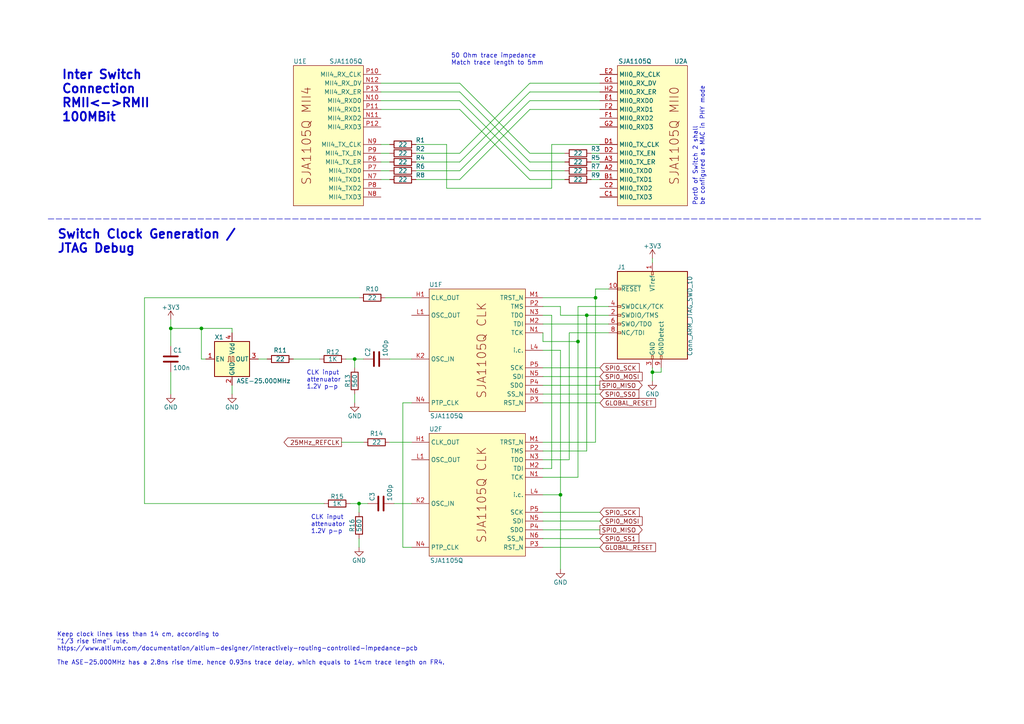
<source format=kicad_sch>
(kicad_sch (version 20211123) (generator eeschema)
  (paper "A4")
  (title_block (title "Open Hardware 10Base-T1L Switch") (date "2023-04-07") (rev "REV A") (company "Peter Heinrich") (comment 1 "Open Hardware License CERN-OHL-P v2") (comment 2 "https://github.com/peterheinrich/Open_10Base-T1L_Switch"))
  (lib_symbols
    (symbol "Connector:Conn_ARM_JTAG_SWD_10" (pin_names (offset 1.016))
      (property "Reference" "J" (at -2.54 16.51 0))
      (property "Value" "Conn_ARM_JTAG_SWD_10" (at -2.54 13.97 0))
      (symbol "Conn_ARM_JTAG_SWD_10_0_1"
        (rectangle (start -10.16 12.7) (end 10.16 -12.7) (stroke (width 0.254)) (fill (type background)))
        (rectangle (start -2.794 -12.7) (end -2.286 -11.684))
        (rectangle (start -0.254 -12.7) (end 0.254 -11.684))
        (rectangle (start -0.254 12.7) (end 0.254 11.684))
        (rectangle (start 9.144 2.286) (end 10.16 2.794))
        (rectangle (start 10.16 -2.794) (end 9.144 -2.286))
        (rectangle (start 10.16 -0.254) (end 9.144 0.254))
        (rectangle (start 10.16 7.874) (end 9.144 7.366))
      )
      (symbol "Conn_ARM_JTAG_SWD_10_1_1"
        (rectangle (start 9.144 -5.334) (end 10.16 -4.826))
        (pin power_in line (at 0 15.24 270) (length 2.54) (name "VTref") (number "1"))
        (pin open_collector line (at 12.7 7.62 180) (length 2.54) (name "~{RESET}") (number "10"))
        (pin bidirectional line (at 12.7 0 180) (length 2.54) (name "SWDIO/TMS") (number "2"))
        (pin power_in line (at 0 -15.24 90) (length 2.54) (name "GND") (number "3"))
        (pin output line (at 12.7 2.54 180) (length 2.54) (name "SWDCLK/TCK") (number "4"))
        (pin passive line (at 0 -15.24 90) (length 2.54) hide (name "GND") (number "5"))
        (pin input line (at 12.7 -2.54 180) (length 2.54) (name "SWO/TDO") (number "6"))
        (pin no_connect line (at -10.16 0 0) (length 2.54) hide (name "KEY") (number "7"))
        (pin output line (at 12.7 -5.08 180) (length 2.54) (name "NC/TDI") (number "8"))
        (pin passive line (at -2.54 -15.24 90) (length 2.54) (name "GNDDetect") (number "9"))
      )
    )
    (symbol "Device:C" (pin_numbers hide) (pin_names (offset 0.254))
      (property "Reference" "C" (at 0.635 2.54 0))
      (property "Value" "C" (at 0.635 -2.54 0))
      (symbol "C_0_1"
        (polyline (pts (xy -2.032 -0.762) (xy 2.032 -0.762)) (stroke (width 0.508)))
        (polyline (pts (xy -2.032 0.762) (xy 2.032 0.762)) (stroke (width 0.508)))
      )
      (symbol "C_1_1"
        (pin passive line (at 0 3.81 270) (length 2.794) (name "~") (number "1"))
        (pin passive line (at 0 -3.81 90) (length 2.794) (name "~") (number "2"))
      )
    )
    (symbol "Device:R" (pin_numbers hide) (pin_names (offset 0))
      (property "Reference" "R" (at 2.032 0 90))
      (property "Value" "R" (at 0 0 90))
      (symbol "R_0_1"
        (rectangle (start -1.016 -2.54) (end 1.016 2.54) (stroke (width 0.254)))
      )
      (symbol "R_1_1"
        (pin passive line (at 0 3.81 270) (length 1.27) (name "~") (number "1"))
        (pin passive line (at 0 -3.81 90) (length 1.27) (name "~") (number "2"))
      )
    )
    (symbol "Oscillator:ASE-xxxMHz" (pin_names (offset 0.254))
      (property "Reference" "X" (at -5.08 6.35 0))
      (property "Value" "ASE-xxxMHz" (at 1.27 -6.35 0))
      (symbol "ASE-xxxMHz_0_1"
        (rectangle (start -5.08 5.08) (end 5.08 -5.08) (stroke (width 0.254)) (fill (type background)))
        (polyline (pts (xy -1.27 -0.762) (xy -1.016 -0.762) (xy -1.016 0.762) (xy -0.508 0.762) (xy -0.508 -0.762) (xy 0 -0.762) (xy 0 0.762) (xy 0.508 0.762) (xy 0.508 -0.762) (xy 0.762 -0.762)))
      )
      (symbol "ASE-xxxMHz_1_1"
        (pin input line (at -7.62 0 0) (length 2.54) (name "EN") (number "1"))
        (pin power_in line (at 0 -7.62 90) (length 2.54) (name "GND") (number "2"))
        (pin output line (at 7.62 0 180) (length 2.54) (name "OUT") (number "3"))
        (pin power_in line (at 0 7.62 270) (length 2.54) (name "Vdd") (number "4"))
      )
    )
    (symbol "SJA1105Q:SJA1105Q"
      (property "Reference" "U" (at 0 1.27 0))
      (property "Value" "SJA1105Q" (at 15.24 1.27 0))
      (symbol "SJA1105Q_1_1"
        (rectangle (start 0 0) (end 20.32 -40.64) (fill (type background)))
        (text "SJA1105Q MII0" (at 3.81 -20.32 900) (effects (font (size 2.54 2.54))))
        (pin output line (at 25.4 -30.48 180) (length 5.08) (name "MII0_TXD0") (number "A2"))
        (pin output line (at 25.4 -27.94 180) (length 5.08) (name "MII0_TX_ER") (number "A3"))
        (pin output line (at 25.4 -33.02 180) (length 5.08) (name "MII0_TXD1") (number "B1"))
        (pin output line (at 25.4 -38.1 180) (length 5.08) (name "MII0_TXD3") (number "C1"))
        (pin output line (at 25.4 -35.56 180) (length 5.08) (name "MII0_TXD2") (number "C2"))
        (pin bidirectional line (at 25.4 -22.86 180) (length 5.08) (name "MII0_TX_CLK") (number "D1"))
        (pin output line (at 25.4 -25.4 180) (length 5.08) (name "MII0_TX_EN") (number "D2"))
        (pin input line (at 25.4 -10.16 180) (length 5.08) (name "MII0_RXD0") (number "E1"))
        (pin bidirectional line (at 25.4 -2.54 180) (length 5.08) (name "MII0_RX_CLK") (number "E2"))
        (pin input line (at 25.4 -15.24 180) (length 5.08) (name "MII0_RXD2") (number "F1"))
        (pin input line (at 25.4 -12.7 180) (length 5.08) (name "MII0_RXD1") (number "F2"))
        (pin input line (at 25.4 -5.08 180) (length 5.08) (name "MII0_RX_DV") (number "G1"))
        (pin input line (at 25.4 -17.78 180) (length 5.08) (name "MII0_RXD3") (number "G2"))
        (pin input line (at 25.4 -7.62 180) (length 5.08) (name "MII0_RX_ER") (number "H2"))
      )
      (symbol "SJA1105Q_2_1"
        (rectangle (start 0 0) (end 20.32 -40.64) (fill (type background)))
        (text "SJA1105Q MII1" (at 3.81 -20.32 900) (effects (font (size 2.54 2.54))))
        (pin output line (at 25.4 -27.94 180) (length 5.08) (name "MII1_TX_ER") (number "A10"))
        (pin input line (at 25.4 -5.08 180) (length 5.08) (name "MII1_RX_DV") (number "A4"))
        (pin input line (at 25.4 -15.24 180) (length 5.08) (name "MII1_RXD2") (number "A5"))
        (pin input line (at 25.4 -10.16 180) (length 5.08) (name "MII1_RXD0") (number "A6"))
        (pin bidirectional line (at 25.4 -22.86 180) (length 5.08) (name "MII1_TX_CLK") (number "A7"))
        (pin output line (at 25.4 -38.1 180) (length 5.08) (name "MII1_TXD3") (number "A8"))
        (pin output line (at 25.4 -33.02 180) (length 5.08) (name "MII1_TXD1") (number "A9"))
        (pin input line (at 25.4 -7.62 180) (length 5.08) (name "MII1_RX_ER") (number "B3"))
        (pin input line (at 25.4 -17.78 180) (length 5.08) (name "MII1_RXD3") (number "B4"))
        (pin input line (at 25.4 -12.7 180) (length 5.08) (name "MII1_RXD1") (number "B5"))
        (pin bidirectional line (at 25.4 -2.54 180) (length 5.08) (name "MII1_RX_CLK") (number "B6"))
        (pin output line (at 25.4 -25.4 180) (length 5.08) (name "MII1_TX_EN") (number "B7"))
        (pin output line (at 25.4 -35.56 180) (length 5.08) (name "MII1_TXD2") (number "B8"))
        (pin output line (at 25.4 -30.48 180) (length 5.08) (name "MII1_TXD0") (number "B9"))
      )
      (symbol "SJA1105Q_3_1"
        (rectangle (start 0 0) (end 20.32 -40.64) (fill (type background)))
        (text "SJA1105Q MII2" (at 3.81 -20.32 900) (effects (font (size 2.54 2.54))))
        (pin input line (at 25.4 -5.08 180) (length 5.08) (name "MII2_RX_DV") (number "A11"))
        (pin input line (at 25.4 -15.24 180) (length 5.08) (name "MII2_RXD2") (number "A12"))
        (pin input line (at 25.4 -10.16 180) (length 5.08) (name "MII2_RXD0") (number "A13"))
        (pin input line (at 25.4 -7.62 180) (length 5.08) (name "MII2_RX_ER") (number "B10"))
        (pin input line (at 25.4 -17.78 180) (length 5.08) (name "MII2_RXD3") (number "B11"))
        (pin input line (at 25.4 -12.7 180) (length 5.08) (name "MII2_RXD1") (number "B12"))
        (pin bidirectional line (at 25.4 -2.54 180) (length 5.08) (name "MII2_RX_CLK") (number "B14"))
        (pin output line (at 25.4 -25.4 180) (length 5.08) (name "MII2_TX_EN") (number "C13"))
        (pin bidirectional line (at 25.4 -22.86 180) (length 5.08) (name "MII2_TX_CLK") (number "C14"))
        (pin output line (at 25.4 -35.56 180) (length 5.08) (name "MII2_TXD2") (number "D13"))
        (pin output line (at 25.4 -38.1 180) (length 5.08) (name "MII2_TXD3") (number "D14"))
        (pin output line (at 25.4 -30.48 180) (length 5.08) (name "MII2_TXD0") (number "E13"))
        (pin output line (at 25.4 -33.02 180) (length 5.08) (name "MII2_TXD1") (number "E14"))
        (pin output line (at 25.4 -27.94 180) (length 5.08) (name "MII2_TX_ER") (number "F14"))
      )
      (symbol "SJA1105Q_4_1"
        (rectangle (start 0 0) (end 20.32 -40.64) (fill (type background)))
        (text "SJA1105Q MII3" (at 3.81 -20.32 900) (effects (font (size 2.54 2.54))))
        (pin input line (at 25.4 -7.62 180) (length 5.08) (name "MII3_RX_ER") (number "F13"))
        (pin input line (at 25.4 -17.78 180) (length 5.08) (name "MII3_RXD3") (number "G13"))
        (pin input line (at 25.4 -5.08 180) (length 5.08) (name "MII3_RX_DV") (number "G14"))
        (pin input line (at 25.4 -12.7 180) (length 5.08) (name "MII3_RXD1") (number "H13"))
        (pin input line (at 25.4 -15.24 180) (length 5.08) (name "MII3_RXD2") (number "H14"))
        (pin bidirectional line (at 25.4 -2.54 180) (length 5.08) (name "MII3_RX_CLK") (number "J13"))
        (pin input line (at 25.4 -10.16 180) (length 5.08) (name "MII3_RXD0") (number "J14"))
        (pin output line (at 25.4 -25.4 180) (length 5.08) (name "MII3_TX_EN") (number "K13"))
        (pin bidirectional line (at 25.4 -22.86 180) (length 5.08) (name "MII3_TX_CLK") (number "K14"))
        (pin output line (at 25.4 -35.56 180) (length 5.08) (name "MII3_TXD2") (number "L13"))
        (pin output line (at 25.4 -38.1 180) (length 5.08) (name "MII3_TXD3") (number "L14"))
        (pin output line (at 25.4 -30.48 180) (length 5.08) (name "MII3_TXD0") (number "M13"))
        (pin output line (at 25.4 -33.02 180) (length 5.08) (name "MII3_TXD1") (number "M14"))
        (pin output line (at 25.4 -27.94 180) (length 5.08) (name "MII3_TX_ER") (number "N14"))
      )
      (symbol "SJA1105Q_5_1"
        (rectangle (start 0 0) (end 20.32 -40.64) (fill (type background)))
        (text "SJA1105Q MII4" (at 3.81 -20.32 900) (effects (font (size 2.54 2.54))))
        (pin input line (at 25.4 -10.16 180) (length 5.08) (name "MII4_RXD0") (number "N10"))
        (pin input line (at 25.4 -15.24 180) (length 5.08) (name "MII4_RXD2") (number "N11"))
        (pin input line (at 25.4 -5.08 180) (length 5.08) (name "MII4_RX_DV") (number "N12"))
        (pin output line (at 25.4 -33.02 180) (length 5.08) (name "MII4_TXD1") (number "N7"))
        (pin output line (at 25.4 -38.1 180) (length 5.08) (name "MII4_TXD3") (number "N8"))
        (pin bidirectional line (at 25.4 -22.86 180) (length 5.08) (name "MII4_TX_CLK") (number "N9"))
        (pin bidirectional line (at 25.4 -2.54 180) (length 5.08) (name "MII4_RX_CLK") (number "P10"))
        (pin input line (at 25.4 -12.7 180) (length 5.08) (name "MII4_RXD1") (number "P11"))
        (pin input line (at 25.4 -17.78 180) (length 5.08) (name "MII4_RXD3") (number "P12"))
        (pin input line (at 25.4 -7.62 180) (length 5.08) (name "MII4_RX_ER") (number "P13"))
        (pin output line (at 25.4 -27.94 180) (length 5.08) (name "MII4_TX_ER") (number "P6"))
        (pin output line (at 25.4 -30.48 180) (length 5.08) (name "MII4_TXD0") (number "P7"))
        (pin output line (at 25.4 -35.56 180) (length 5.08) (name "MII4_TXD2") (number "P8"))
        (pin output line (at 25.4 -25.4 180) (length 5.08) (name "MII4_TX_EN") (number "P9"))
      )
      (symbol "SJA1105Q_6_1"
        (rectangle (start 0 0) (end 27.94 -35.56) (fill (type background)))
        (text "SJA1105Q CLK" (at 15.24 -17.78 900) (effects (font (size 2.54 2.54))))
        (pin output line (at -5.08 -2.54 0) (length 5.08) (name "CLK_OUT") (number "H1"))
        (pin input line (at -5.08 -20.32 0) (length 5.08) (name "OSC_IN") (number "K2"))
        (pin output line (at -5.08 -7.62 0) (length 5.08) (name "OSC_OUT") (number "L1"))
        (pin power_in line (at 33.02 -17.78 180) (length 5.08) (name "i.c.") (number "L4"))
        (pin input line (at 33.02 -2.54 180) (length 5.08) (name "TRST_N") (number "M1"))
        (pin input line (at 33.02 -10.16 180) (length 5.08) (name "TDI") (number "M2"))
        (pin input line (at 33.02 -12.7 180) (length 5.08) (name "TCK") (number "N1"))
        (pin output line (at 33.02 -7.62 180) (length 5.08) (name "TDO") (number "N3"))
        (pin bidirectional line (at -5.08 -33.02 0) (length 5.08) (name "PTP_CLK") (number "N4"))
        (pin input line (at 33.02 -25.4 180) (length 5.08) (name "SDI") (number "N5"))
        (pin input line (at 33.02 -30.48 180) (length 5.08) (name "SS_N") (number "N6"))
        (pin input line (at 33.02 -5.08 180) (length 5.08) (name "TMS") (number "P2"))
        (pin input line (at 33.02 -33.02 180) (length 5.08) (name "RST_N") (number "P3"))
        (pin output line (at 33.02 -27.94 180) (length 5.08) (name "SDO") (number "P4"))
        (pin input line (at 33.02 -22.86 180) (length 5.08) (name "SCK") (number "P5"))
      )
      (symbol "SJA1105Q_7_1"
        (rectangle (start 0 0) (end 27.94 -99.06) (fill (type background)))
        (text "SJA1105Q Power" (at 12.7 -48.26 900) (effects (font (size 2.54 2.54))))
        (pin power_in line (at -5.08 -2.54 0) (length 5.08) (name "VSS") (number "A1"))
        (pin power_in line (at 33.02 -88.9 180) (length 5.08) (name "VSS") (number "A14"))
        (pin power_in line (at 33.02 -83.82 180) (length 5.08) (name "VSS") (number "B13"))
        (pin power_in line (at 33.02 -48.26 180) (length 5.08) (name "VDDIO_MII2") (number "D10"))
        (pin power_in line (at 33.02 -50.8 180) (length 5.08) (name "VDDIO_MII2") (number "D11"))
        (pin power_in line (at 33.02 -33.02 180) (length 5.08) (name "VDDIO_MII0") (number "D4"))
        (pin power_in line (at 33.02 -40.64 180) (length 5.08) (name "VDDIO_MII1") (number "D5"))
        (pin power_in line (at 33.02 -7.62 180) (length 5.08) (name "VDD_CORE") (number "D6"))
        (pin power_in line (at 33.02 -43.18 180) (length 5.08) (name "VDDIO_MII1") (number "D7"))
        (pin power_in line (at 33.02 -45.72 180) (length 5.08) (name "VDDIO_MII1") (number "D8"))
        (pin power_in line (at 33.02 -12.7 180) (length 5.08) (name "VDD_CORE") (number "D9"))
        (pin power_in line (at -5.08 -91.44 0) (length 5.08) (name "VSS") (number "E10"))
        (pin power_in line (at 33.02 -53.34 180) (length 5.08) (name "VDDIO_MII2") (number "E11"))
        (pin power_in line (at 33.02 -35.56 180) (length 5.08) (name "VDDIO_MII0") (number "E4"))
        (pin power_in line (at -5.08 -12.7 0) (length 5.08) (name "VSS") (number "E5"))
        (pin power_in line (at -5.08 -27.94 0) (length 5.08) (name "VSS") (number "E6"))
        (pin power_in line (at -5.08 -43.18 0) (length 5.08) (name "VSS") (number "E7"))
        (pin power_in line (at -5.08 -60.96 0) (length 5.08) (name "VSS") (number "E8"))
        (pin power_in line (at -5.08 -76.2 0) (length 5.08) (name "VSS") (number "E9"))
        (pin power_in line (at -5.08 -93.98 0) (length 5.08) (name "VSS") (number "F10"))
        (pin power_in line (at 33.02 -17.78 180) (length 5.08) (name "VDD_CORE") (number "F11"))
        (pin power_in line (at 33.02 -2.54 180) (length 5.08) (name "VDD_CORE") (number "F4"))
        (pin power_in line (at -5.08 -15.24 0) (length 5.08) (name "VSS") (number "F5"))
        (pin power_in line (at -5.08 -30.48 0) (length 5.08) (name "VSS") (number "F6"))
        (pin power_in line (at -5.08 -45.72 0) (length 5.08) (name "VSS") (number "F7"))
        (pin power_in line (at -5.08 -63.5 0) (length 5.08) (name "VSS") (number "F8"))
        (pin power_in line (at -5.08 -78.74 0) (length 5.08) (name "VSS") (number "F9"))
        (pin power_in line (at -5.08 -96.52 0) (length 5.08) (name "VSS") (number "G10"))
        (pin power_in line (at 33.02 -55.88 180) (length 5.08) (name "VDDIO_MII3") (number "G11"))
        (pin power_in line (at 33.02 -38.1 180) (length 5.08) (name "VDDIO_MII0") (number "G4"))
        (pin power_in line (at -5.08 -17.78 0) (length 5.08) (name "VSS") (number "G5"))
        (pin power_in line (at -5.08 -33.02 0) (length 5.08) (name "VSS") (number "G6"))
        (pin power_in line (at -5.08 -48.26 0) (length 5.08) (name "VSS") (number "G7"))
        (pin power_in line (at -5.08 -66.04 0) (length 5.08) (name "VSS") (number "G8"))
        (pin power_in line (at -5.08 -81.28 0) (length 5.08) (name "VSS") (number "G9"))
        (pin power_in line (at 33.02 -76.2 180) (length 5.08) (name "VSS") (number "H10"))
        (pin power_in line (at 33.02 -58.42 180) (length 5.08) (name "VDDIO_MII3") (number "H11"))
        (pin power_in line (at 33.02 -27.94 180) (length 5.08) (name "VDDIO_CLO") (number "H4"))
        (pin power_in line (at -5.08 -20.32 0) (length 5.08) (name "VSS") (number "H5"))
        (pin power_in line (at -5.08 -35.56 0) (length 5.08) (name "VSS") (number "H6"))
        (pin power_in line (at -5.08 -50.8 0) (length 5.08) (name "VSS") (number "H7"))
        (pin power_in line (at -5.08 -68.58 0) (length 5.08) (name "VSS") (number "H8"))
        (pin power_in line (at -5.08 -83.82 0) (length 5.08) (name "VSS") (number "H9"))
        (pin power_in line (at 33.02 -25.4 180) (length 5.08) (name "VDDA_PLL") (number "J1"))
        (pin power_in line (at 33.02 -78.74 180) (length 5.08) (name "VSS") (number "J10"))
        (pin power_in line (at 33.02 -20.32 180) (length 5.08) (name "VDD_CORE") (number "J11"))
        (pin power_in line (at 33.02 -96.52 180) (length 5.08) (name "VSSA_PLL") (number "J2"))
        (pin power_in line (at 33.02 -5.08 180) (length 5.08) (name "VDD_CORE") (number "J4"))
        (pin power_in line (at -5.08 -22.86 0) (length 5.08) (name "VSS") (number "J5"))
        (pin power_in line (at -5.08 -38.1 0) (length 5.08) (name "VSS") (number "J6"))
        (pin power_in line (at -5.08 -53.34 0) (length 5.08) (name "VSS") (number "J7"))
        (pin power_in line (at -5.08 -71.12 0) (length 5.08) (name "VSS") (number "J8"))
        (pin power_in line (at -5.08 -86.36 0) (length 5.08) (name "VSS") (number "J9"))
        (pin power_in line (at 33.02 -22.86 180) (length 5.08) (name "VDDA_OSC") (number "K1"))
        (pin power_in line (at 33.02 -81.28 180) (length 5.08) (name "VSS") (number "K10"))
        (pin power_in line (at 33.02 -60.96 180) (length 5.08) (name "VDDIO_MII3") (number "K11"))
        (pin power_in line (at -5.08 -10.16 0) (length 5.08) (name "VSS") (number "K4"))
        (pin power_in line (at -5.08 -25.4 0) (length 5.08) (name "VSS") (number "K5"))
        (pin power_in line (at -5.08 -40.64 0) (length 5.08) (name "VSS") (number "K6"))
        (pin power_in line (at -5.08 -55.88 0) (length 5.08) (name "VSS") (number "K7"))
        (pin power_in line (at -5.08 -73.66 0) (length 5.08) (name "VSS") (number "K8"))
        (pin power_in line (at -5.08 -88.9 0) (length 5.08) (name "VSS") (number "K9"))
        (pin power_in line (at 33.02 -66.04 180) (length 5.08) (name "VDDIO_MII4") (number "L10"))
        (pin power_in line (at 33.02 -68.58 180) (length 5.08) (name "VDDIO_MII4") (number "L11"))
        (pin power_in line (at 33.02 -93.98 180) (length 5.08) (name "VSSA_OSC") (number "L2"))
        (pin power_in line (at 33.02 -30.48 180) (length 5.08) (name "VDDIO_HOST") (number "L5"))
        (pin power_in line (at 33.02 -10.16 180) (length 5.08) (name "VDD_CORE") (number "L6"))
        (pin power_in line (at -5.08 -58.42 0) (length 5.08) (name "VSS") (number "L7"))
        (pin power_in line (at 33.02 -63.5 180) (length 5.08) (name "VDDIO_MII4") (number "L8"))
        (pin power_in line (at 33.02 -15.24 180) (length 5.08) (name "VDD_CORE") (number "L9"))
        (pin power_in line (at 33.02 -86.36 180) (length 5.08) (name "VSS") (number "N13"))
        (pin power_in line (at -5.08 -7.62 0) (length 5.08) (name "VSS") (number "N2"))
        (pin power_in line (at -5.08 -5.08 0) (length 5.08) (name "VSS") (number "P1"))
        (pin power_in line (at 33.02 -91.44 180) (length 5.08) (name "VSS") (number "P14"))
      )
    )
    (symbol "power:+3V3" (power) (pin_names (offset 0))
      (property "Value" "+3V3" (at 0 3.556 0))
      (symbol "+3V3_0_1"
        (polyline (pts (xy -0.762 1.27) (xy 0 2.54)))
        (polyline (pts (xy 0 0) (xy 0 2.54)))
        (polyline (pts (xy 0 2.54) (xy 0.762 1.27)))
      )
      (symbol "+3V3_1_1"
        (pin power_in line (at 0 0 90) (length 0) hide (name "+3V3") (number "1"))
      )
    )
    (symbol "power:GND" (power) (pin_names (offset 0))
      (property "Value" "GND" (at 0 -3.81 0))
      (symbol "GND_0_1"
        (polyline (pts (xy 0 0) (xy 0 -1.27) (xy 1.27 -1.27) (xy 0 -2.54) (xy -1.27 -1.27) (xy 0 -1.27)))
      )
      (symbol "GND_1_1"
        (pin power_in line (at 0 0 270) (length 0) hide (name "GND") (number "1"))
      )
    )
  )
  (junction (at 167.64 99.06))
  (junction (at 170.18 91.44))
  (junction (at 49.53 95.25))
  (junction (at 58.42 95.25))
  (junction (at 172.72 86.36))
  (junction (at 162.56 143.51))
  (junction (at 104.14 146.05))
  (junction (at 102.87 104.14))
  (junction (at 189.23 107.95))
  (wire (pts (xy 176.53 91.44) (xy 170.18 91.44)))
  (wire (pts (xy 162.56 88.9) (xy 157.48 88.9)))
  (wire (pts (xy 162.56 165.1) (xy 162.56 143.51)))
  (wire (pts (xy 157.48 114.3) (xy 173.99 114.3)))
  (wire (pts (xy 157.48 133.35) (xy 165.1 133.35)))
  (wire (pts (xy 58.42 95.25) (xy 58.42 104.14)))
  (wire (pts (xy 157.48 156.21) (xy 173.99 156.21)))
  (wire (pts (xy 157.48 111.76) (xy 173.99 111.76)))
  (wire (pts (xy 114.3 146.05) (xy 119.38 146.05)))
  (wire (pts (xy 160.02 91.44) (xy 160.02 135.89)))
  (wire (pts (xy 110.49 29.21) (xy 133.35 29.21)))
  (wire (pts (xy 102.87 104.14) (xy 102.87 106.68)))
  (wire (pts (xy 157.48 151.13) (xy 173.99 151.13)))
  (wire (pts (xy 85.09 104.14) (xy 92.71 104.14)))
  (wire (pts (xy 157.48 148.59) (xy 173.99 148.59)))
  (wire (pts (xy 157.48 86.36) (xy 172.72 86.36)))
  (wire (pts (xy 49.53 107.95) (xy 49.53 114.3)))
  (wire (pts (xy 133.35 26.67) (xy 153.67 46.99)))
  (wire (pts (xy 99.06 128.27) (xy 105.41 128.27)))
  (wire (pts (xy 170.18 91.44) (xy 162.56 91.44)))
  (wire (pts (xy 113.03 128.27) (xy 119.38 128.27)))
  (wire (pts (xy 100.33 104.14) (xy 102.87 104.14)))
  (wire (pts (xy 189.23 106.68) (xy 189.23 107.95)))
  (wire (pts (xy 41.91 86.36) (xy 104.14 86.36)))
  (wire (pts (xy 172.72 83.82) (xy 176.53 83.82)))
  (wire (pts (xy 157.48 138.43) (xy 167.64 138.43)))
  (wire (pts (xy 157.48 96.52) (xy 157.48 99.06)))
  (polyline (pts (xy 284.48 63.5) (xy 135.89 63.5)))
  (wire (pts (xy 189.23 107.95) (xy 189.23 110.49)))
  (wire (pts (xy 162.56 143.51) (xy 162.56 101.6)))
  (wire (pts (xy 104.14 146.05) (xy 104.14 148.59)))
  (wire (pts (xy 113.03 52.07) (xy 110.49 52.07)))
  (wire (pts (xy 165.1 96.52) (xy 176.53 96.52)))
  (wire (pts (xy 116.84 158.75) (xy 119.38 158.75)))
  (wire (pts (xy 49.53 95.25) (xy 58.42 95.25)))
  (wire (pts (xy 157.48 116.84) (xy 173.99 116.84)))
  (wire (pts (xy 129.54 54.61) (xy 160.02 54.61)))
  (wire (pts (xy 157.48 93.98) (xy 176.53 93.98)))
  (wire (pts (xy 41.91 146.05) (xy 93.98 146.05)))
  (wire (pts (xy 157.48 158.75) (xy 173.99 158.75)))
  (wire (pts (xy 133.35 29.21) (xy 153.67 49.53)))
  (polyline (pts (xy 13.97 63.5) (xy 135.89 63.5)))
  (wire (pts (xy 133.35 49.53) (xy 153.67 29.21)))
  (wire (pts (xy 157.48 128.27) (xy 172.72 128.27)))
  (wire (pts (xy 102.87 114.3) (xy 102.87 116.84)))
  (wire (pts (xy 157.48 99.06) (xy 167.64 99.06)))
  (wire (pts (xy 153.67 29.21) (xy 173.99 29.21)))
  (wire (pts (xy 170.18 130.81) (xy 157.48 130.81)))
  (wire (pts (xy 160.02 54.61) (xy 160.02 41.91)))
  (wire (pts (xy 153.67 46.99) (xy 163.83 46.99)))
  (wire (pts (xy 113.03 41.91) (xy 110.49 41.91)))
  (wire (pts (xy 67.31 95.25) (xy 67.31 96.52)))
  (wire (pts (xy 153.67 49.53) (xy 163.83 49.53)))
  (wire (pts (xy 110.49 26.67) (xy 133.35 26.67)))
  (wire (pts (xy 157.48 109.22) (xy 173.99 109.22)))
  (wire (pts (xy 120.65 41.91) (xy 129.54 41.91)))
  (wire (pts (xy 119.38 116.84) (xy 116.84 116.84)))
  (wire (pts (xy 189.23 74.93) (xy 189.23 76.2)))
  (wire (pts (xy 110.49 24.13) (xy 133.35 24.13)))
  (wire (pts (xy 133.35 24.13) (xy 153.67 44.45)))
  (wire (pts (xy 167.64 99.06) (xy 167.64 88.9)))
  (wire (pts (xy 133.35 46.99) (xy 153.67 26.67)))
  (wire (pts (xy 171.45 44.45) (xy 173.99 44.45)))
  (wire (pts (xy 120.65 49.53) (xy 133.35 49.53)))
  (wire (pts (xy 49.53 95.25) (xy 49.53 100.33)))
  (wire (pts (xy 74.93 104.14) (xy 77.47 104.14)))
  (wire (pts (xy 160.02 135.89) (xy 157.48 135.89)))
  (wire (pts (xy 133.35 31.75) (xy 153.67 52.07)))
  (wire (pts (xy 153.67 44.45) (xy 163.83 44.45)))
  (wire (pts (xy 157.48 143.51) (xy 162.56 143.51)))
  (wire (pts (xy 101.6 146.05) (xy 104.14 146.05)))
  (wire (pts (xy 171.45 52.07) (xy 173.99 52.07)))
  (wire (pts (xy 133.35 52.07) (xy 153.67 31.75)))
  (wire (pts (xy 120.65 52.07) (xy 133.35 52.07)))
  (wire (pts (xy 49.53 92.71) (xy 49.53 95.25)))
  (wire (pts (xy 153.67 52.07) (xy 163.83 52.07)))
  (wire (pts (xy 104.14 156.21) (xy 104.14 158.75)))
  (wire (pts (xy 153.67 24.13) (xy 173.99 24.13)))
  (wire (pts (xy 172.72 128.27) (xy 172.72 86.36)))
  (wire (pts (xy 189.23 107.95) (xy 191.77 107.95)))
  (wire (pts (xy 165.1 133.35) (xy 165.1 96.52)))
  (wire (pts (xy 58.42 95.25) (xy 67.31 95.25)))
  (wire (pts (xy 153.67 26.67) (xy 173.99 26.67)))
  (wire (pts (xy 104.14 146.05) (xy 106.68 146.05)))
  (wire (pts (xy 162.56 91.44) (xy 162.56 88.9)))
  (wire (pts (xy 157.48 91.44) (xy 160.02 91.44)))
  (wire (pts (xy 41.91 146.05) (xy 41.91 86.36)))
  (wire (pts (xy 162.56 101.6) (xy 157.48 101.6)))
  (wire (pts (xy 167.64 88.9) (xy 176.53 88.9)))
  (wire (pts (xy 120.65 46.99) (xy 133.35 46.99)))
  (wire (pts (xy 157.48 153.67) (xy 173.99 153.67)))
  (wire (pts (xy 191.77 107.95) (xy 191.77 106.68)))
  (wire (pts (xy 167.64 138.43) (xy 167.64 99.06)))
  (wire (pts (xy 113.03 44.45) (xy 110.49 44.45)))
  (wire (pts (xy 170.18 91.44) (xy 170.18 130.81)))
  (wire (pts (xy 113.03 104.14) (xy 119.38 104.14)))
  (wire (pts (xy 113.03 49.53) (xy 110.49 49.53)))
  (wire (pts (xy 110.49 31.75) (xy 133.35 31.75)))
  (wire (pts (xy 153.67 31.75) (xy 173.99 31.75)))
  (wire (pts (xy 129.54 41.91) (xy 129.54 54.61)))
  (wire (pts (xy 171.45 49.53) (xy 173.99 49.53)))
  (wire (pts (xy 102.87 104.14) (xy 105.41 104.14)))
  (wire (pts (xy 171.45 46.99) (xy 173.99 46.99)))
  (wire (pts (xy 59.69 104.14) (xy 58.42 104.14)))
  (wire (pts (xy 157.48 106.68) (xy 173.99 106.68)))
  (wire (pts (xy 116.84 116.84) (xy 116.84 158.75)))
  (wire (pts (xy 120.65 44.45) (xy 133.35 44.45)))
  (wire (pts (xy 113.03 46.99) (xy 110.49 46.99)))
  (wire (pts (xy 111.76 86.36) (xy 119.38 86.36)))
  (wire (pts (xy 67.31 111.76) (xy 67.31 114.3)))
  (wire (pts (xy 133.35 44.45) (xy 153.67 24.13)))
  (wire (pts (xy 172.72 86.36) (xy 172.72 83.82)))
  (wire (pts (xy 160.02 41.91) (xy 173.99 41.91)))
  (text "Inter Switch\nConnection\nRMII<->RMII\n100MBit" (at 17.78 35.56 0) (effects (font (size 2.54 2.54) (thickness 0.508) bold) (justify left bottom)))
  (text "50 Ohm trace impedance\nMatch trace length to 5mm" (at 130.81 19.05 0) (effects (font (size 1.27 1.27)) (justify left bottom)))
  (text "Keep clock lines less than 14 cm, according to \n\"1/3 rise time\" rule.\nhttps://www.altium.com/documentation/altium-designer/interactively-routing-controlled-impedance-pcb\n\nThe ASE-25.000MHz has a 2.8ns rise time, hence 0.93ns trace delay, which equals to 14cm trace length on FR4." (at 16.51 193.04 0) (effects (font (size 1.27 1.27)) (justify left bottom)))
  (text "Port0 of Switch 2 shall\nbe configured as MAC in PHY mode" (at 204.47 59.69 90) (effects (font (size 1.27 1.27)) (justify left bottom)))
  (text "CLK input \nattenuator\n1.2V p-p" (at 90.17 154.94 0) (effects (font (size 1.27 1.27)) (justify left bottom)))
  (text "Switch Clock Generation /\nJTAG Debug" (at 16.51 73.66 0) (effects (font (size 2.54 2.54) bold) (justify left bottom)))
  (text "CLK input \nattenuator\n1.2V p-p" (at 88.9 113.03 0) (effects (font (size 1.27 1.27)) (justify left bottom)))
  (global_label "SPI0_SCK" (shape input) (at 173.99 106.68 0) (property "Intersheet References" "${INTERSHEET_REFS}" (effects hide)))
  (global_label "GLOBAL_RESET" (shape input) (at 173.99 116.84 0) (property "Intersheet References" "${INTERSHEET_REFS}" (effects hide)))
  (global_label "SPI0_SCK" (shape input) (at 173.99 148.59 0) (property "Intersheet References" "${INTERSHEET_REFS}" (effects hide)))
  (global_label "GLOBAL_RESET" (shape input) (at 173.99 158.75 0) (property "Intersheet References" "${INTERSHEET_REFS}" (effects hide)))
  (global_label "25MHz_REFCLK" (shape output) (at 99.06 128.27 180) (property "Intersheet References" "${INTERSHEET_REFS}" (effects hide)))
  (global_label "SPI0_MISO" (shape output) (at 173.99 111.76 0) (property "Intersheet References" "${INTERSHEET_REFS}" (effects hide)))
  (global_label "SPI0_MOSI" (shape input) (at 173.99 109.22 0) (property "Intersheet References" "${INTERSHEET_REFS}" (effects hide)))
  (global_label "SPI0_SS1" (shape input) (at 173.99 156.21 0) (property "Intersheet References" "${INTERSHEET_REFS}" (effects hide)))
  (global_label "SPI0_SS0" (shape input) (at 173.99 114.3 0) (property "Intersheet References" "${INTERSHEET_REFS}" (effects hide)))
  (global_label "SPI0_MISO" (shape output) (at 173.99 153.67 0) (property "Intersheet References" "${INTERSHEET_REFS}" (effects hide)))
  (global_label "SPI0_MOSI" (shape input) (at 173.99 151.13 0) (property "Intersheet References" "${INTERSHEET_REFS}" (effects hide)))
  (symbol (lib_id "power:GND") (at 162.56 165.1 0) (unit 1)
    (property "Reference" "#PWR08" (effects hide))
    (property "Value" "GND" (at 162.56 168.91 0))
  )
  (symbol (lib_id "Connector:Conn_ARM_JTAG_SWD_10") (at 189.23 91.44 0) (mirror y) (unit 1)
    (property "Reference" "J1" (at 179.07 77.47 0) (effects (justify right)))
    (property "Value" "Conn_ARM_JTAG_SWD_10" (at 199.39 80.01 90) (effects (justify right bottom)))
    (property "Footprint" "Connector_PinHeader_2.54mm:PinHeader_2x05_P2.54mm_Vertical" (effects hide))
  )
  (symbol (lib_id "Device:R") (at 107.95 86.36 90) (unit 1)
    (property "Reference" "R10" (at 107.95 83.82 90))
    (property "Value" "22" (at 107.95 86.36 90))
    (property "Footprint" "Resistor_SMD:R_0603_1608Metric" (effects hide))
  )
  (symbol (lib_id "SJA1105Q:SJA1105Q") (at 124.46 125.73 0) (unit 6)
    (property "Reference" "U2" (at 124.46 124.46 0) (effects (justify left)))
    (property "Value" "SJA1105Q" (at 129.54 162.56 0))
    (property "Footprint" "SJA1105Q:LFBGA_12x12mm_P0.8mm" (effects hide))
    (property "Datasheet" "https://www.nxp.com/docs/en/data-sheet/SJA1105PQRS.pdf" (effects hide))
  )
  (symbol (lib_id "power:GND") (at 104.14 158.75 0) (unit 1)
    (property "Reference" "#PWR07" (effects hide))
    (property "Value" "GND" (at 104.14 162.56 0))
  )
  (symbol (lib_id "power:GND") (at 189.23 110.49 0) (unit 1)
    (property "Reference" "#PWR03" (effects hide))
    (property "Value" "GND" (at 189.23 114.3 0))
  )
  (symbol (lib_id "SJA1105Q:SJA1105Q") (at 124.46 83.82 0) (unit 6)
    (property "Reference" "U1" (at 124.46 82.55 0) (effects (justify left)))
    (property "Value" "SJA1105Q" (at 129.54 120.65 0))
    (property "Footprint" "SJA1105Q:LFBGA_12x12mm_P0.8mm" (effects hide))
    (property "Datasheet" "https://www.nxp.com/docs/en/data-sheet/SJA1105PQRS.pdf" (effects hide))
  )
  (symbol (lib_id "SJA1105Q:SJA1105Q") (at 85.09 19.05 0) (unit 5)
    (property "Reference" "U1" (at 85.09 17.78 0) (effects (justify left)))
    (property "Value" "SJA1105Q" (at 100.33 17.78 0))
    (property "Footprint" "SJA1105Q:LFBGA_12x12mm_P0.8mm" (effects hide))
    (property "Datasheet" "https://www.nxp.com/docs/en/data-sheet/SJA1105PQRS.pdf" (effects hide))
  )
  (symbol (lib_id "Device:R") (at 104.14 152.4 180) (unit 1)
    (property "Reference" "R16" (at 102.108 152.4 90))
    (property "Value" "560" (at 104.14 152.4 90))
    (property "Footprint" "Resistor_SMD:R_0603_1608Metric" (effects hide))
  )
  (symbol (lib_id "Device:R") (at 167.64 44.45 90) (unit 1)
    (property "Reference" "R3" (at 172.72 43.18 90))
    (property "Value" "22" (at 167.64 44.45 90))
    (property "Footprint" "Resistor_SMD:R_0603_1608Metric" (effects hide))
  )
  (symbol (lib_id "power:+3V3") (at 49.53 92.71 0) (unit 1)
    (property "Reference" "#PWR02" (effects hide))
    (property "Value" "+3V3" (at 49.53 89.154 0))
  )
  (symbol (lib_id "power:+3V3") (at 189.23 74.93 0) (unit 1)
    (property "Reference" "#PWR01" (effects hide))
    (property "Value" "+3V3" (at 189.23 71.374 0))
  )
  (symbol (lib_id "power:GND") (at 67.31 114.3 0) (unit 1)
    (property "Reference" "#PWR05" (effects hide))
    (property "Value" "GND" (at 67.31 118.11 0))
  )
  (symbol (lib_id "Device:R") (at 102.87 110.49 180) (unit 1)
    (property "Reference" "R13" (at 100.838 110.49 90))
    (property "Value" "560" (at 102.87 110.49 90))
    (property "Footprint" "Resistor_SMD:R_0603_1608Metric" (effects hide))
  )
  (symbol (lib_id "Device:R") (at 116.84 41.91 90) (unit 1)
    (property "Reference" "R1" (at 121.92 40.64 90))
    (property "Value" "22" (at 116.84 41.91 90))
    (property "Footprint" "Resistor_SMD:R_0603_1608Metric" (effects hide))
  )
  (symbol (lib_id "Device:C") (at 49.53 104.14 0) (unit 1)
    (property "Reference" "C1" (at 50.165 101.6 0) (effects (justify left)))
    (property "Value" "100n" (at 50.165 106.68 0) (effects (justify left)))
    (property "Footprint" "Capacitor_SMD:C_0603_1608Metric" (effects hide))
  )
  (symbol (lib_id "Device:R") (at 96.52 104.14 90) (unit 1)
    (property "Reference" "R12" (at 96.52 102.108 90))
    (property "Value" "1K" (at 96.52 104.14 90))
    (property "Footprint" "Resistor_SMD:R_0603_1608Metric" (effects hide))
  )
  (symbol (lib_id "Device:R") (at 116.84 44.45 90) (unit 1)
    (property "Reference" "R2" (at 121.92 43.18 90))
    (property "Value" "22" (at 116.84 44.45 90))
    (property "Footprint" "Resistor_SMD:R_0603_1608Metric" (effects hide))
  )
  (symbol (lib_id "Device:R") (at 97.79 146.05 90) (unit 1)
    (property "Reference" "R15" (at 97.79 144.018 90))
    (property "Value" "1K" (at 97.79 146.05 90))
    (property "Footprint" "Resistor_SMD:R_0603_1608Metric" (effects hide))
  )
  (symbol (lib_id "Device:R") (at 167.64 46.99 90) (unit 1)
    (property "Reference" "R5" (at 172.72 45.72 90))
    (property "Value" "22" (at 167.64 46.99 90))
    (property "Footprint" "Resistor_SMD:R_0603_1608Metric" (effects hide))
  )
  (symbol (lib_id "Device:R") (at 81.28 104.14 90) (unit 1)
    (property "Reference" "R11" (at 81.28 101.6 90))
    (property "Value" "22" (at 81.28 104.14 90))
    (property "Footprint" "Resistor_SMD:R_0603_1608Metric" (effects hide))
  )
  (symbol (lib_id "Device:R") (at 116.84 52.07 90) (unit 1)
    (property "Reference" "R8" (at 121.92 50.8 90))
    (property "Value" "22" (at 116.84 52.07 90))
    (property "Footprint" "Resistor_SMD:R_0603_1608Metric" (effects hide))
  )
  (symbol (lib_id "Device:R") (at 167.64 52.07 90) (unit 1)
    (property "Reference" "R9" (at 172.72 50.8 90))
    (property "Value" "22" (at 167.64 52.07 90))
    (property "Footprint" "Resistor_SMD:R_0603_1608Metric" (effects hide))
  )
  (symbol (lib_id "Device:R") (at 109.22 128.27 90) (unit 1)
    (property "Reference" "R14" (at 109.22 125.73 90))
    (property "Value" "22" (at 109.22 128.27 90))
    (property "Footprint" "Resistor_SMD:R_0603_1608Metric" (effects hide))
  )
  (symbol (lib_id "SJA1105Q:SJA1105Q") (at 199.39 19.05 0) (mirror y) (unit 1)
    (property "Reference" "U2" (at 199.39 17.78 0) (effects (justify left)))
    (property "Value" "SJA1105Q" (at 184.15 17.78 0))
    (property "Footprint" "SJA1105Q:LFBGA_12x12mm_P0.8mm" (effects hide))
    (property "Datasheet" "https://www.nxp.com/docs/en/data-sheet/SJA1105PQRS.pdf" (effects hide))
  )
  (symbol (lib_id "Device:C") (at 110.49 146.05 90) (unit 1)
    (property "Reference" "C3" (at 107.95 145.415 0) (effects (justify left)))
    (property "Value" "100p" (at 113.03 145.415 0) (effects (justify left)))
    (property "Footprint" "Capacitor_SMD:C_0603_1608Metric" (effects hide))
  )
  (symbol (lib_id "power:GND") (at 49.53 114.3 0) (unit 1)
    (property "Reference" "#PWR04" (effects hide))
    (property "Value" "GND" (at 49.53 118.11 0))
  )
  (symbol (lib_id "Device:R") (at 167.64 49.53 90) (unit 1)
    (property "Reference" "R7" (at 172.72 48.26 90))
    (property "Value" "22" (at 167.64 49.53 90))
    (property "Footprint" "Resistor_SMD:R_0603_1608Metric" (effects hide))
  )
  (symbol (lib_id "Device:R") (at 116.84 49.53 90) (unit 1)
    (property "Reference" "R6" (at 121.92 48.26 90))
    (property "Value" "22" (at 116.84 49.53 90))
    (property "Footprint" "Resistor_SMD:R_0603_1608Metric" (effects hide))
  )
  (symbol (lib_id "Device:C") (at 109.22 104.14 90) (unit 1)
    (property "Reference" "C2" (at 106.68 103.505 0) (effects (justify left)))
    (property "Value" "100p" (at 111.76 103.505 0) (effects (justify left)))
    (property "Footprint" "Capacitor_SMD:C_0603_1608Metric" (effects hide))
  )
  (symbol (lib_id "Device:R") (at 116.84 46.99 90) (unit 1)
    (property "Reference" "R4" (at 121.92 45.72 90))
    (property "Value" "22" (at 116.84 46.99 90))
    (property "Footprint" "Resistor_SMD:R_0603_1608Metric" (effects hide))
  )
  (symbol (lib_id "Oscillator:ASE-xxxMHz") (at 67.31 104.14 0) (unit 1)
    (property "Reference" "X1" (at 62.23 97.79 0) (effects (justify left)))
    (property "Value" "ASE-25.000MHz" (at 68.58 110.49 0) (effects (justify left)))
    (property "Footprint" "Oscillator:Oscillator_SMD_Abracon_ASE-4Pin_3.2x2.5mm" (effects hide))
  )
  (symbol (lib_id "power:GND") (at 102.87 116.84 0) (unit 1)
    (property "Reference" "#PWR06" (effects hide))
    (property "Value" "GND" (at 102.87 120.65 0))
  )
)
</source>
